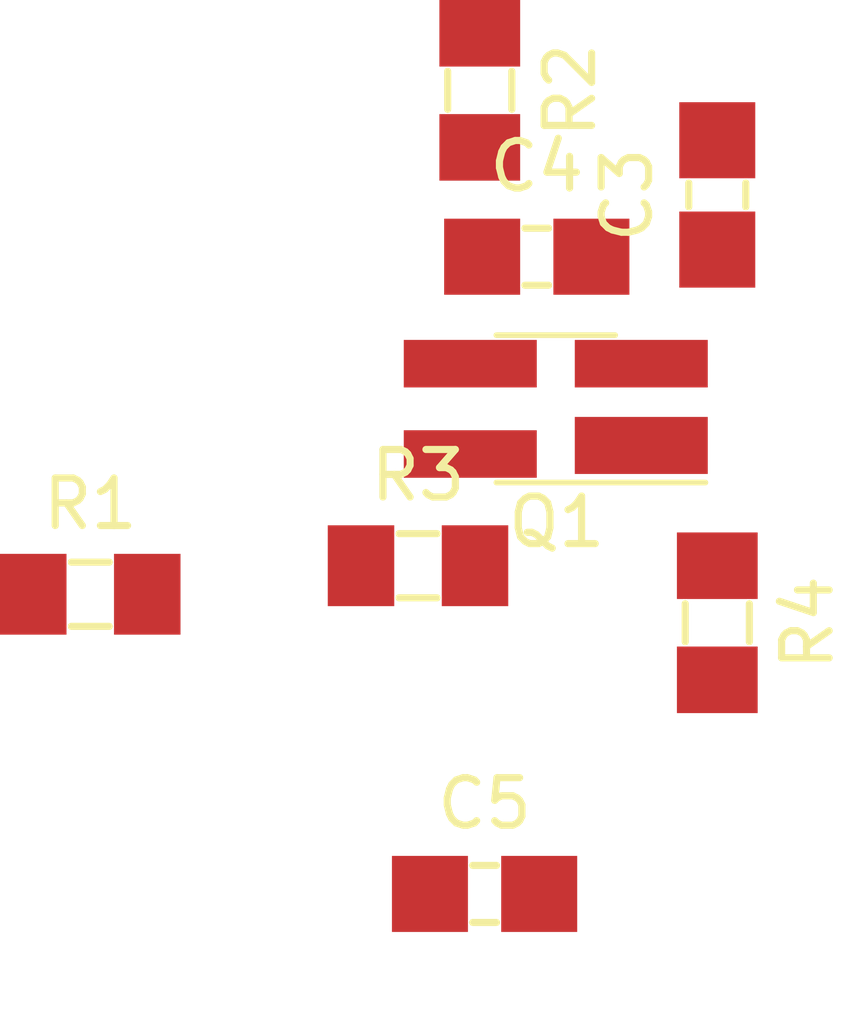
<source format=kicad_pcb>
(kicad_pcb (version 4) (host pcbnew 4.0.7-e2-6376~58~ubuntu14.04.1)

  (general
    (links 10)
    (no_connects 10)
    (area 0 0 0 0)
    (thickness 1.6)
    (drawings 0)
    (tracks 0)
    (zones 0)
    (modules 8)
    (nets 7)
  )

  (page A4)
  (layers
    (0 F.Cu signal)
    (31 B.Cu signal)
    (32 B.Adhes user)
    (33 F.Adhes user)
    (34 B.Paste user)
    (35 F.Paste user)
    (36 B.SilkS user)
    (37 F.SilkS user)
    (38 B.Mask user)
    (39 F.Mask user)
    (40 Dwgs.User user)
    (41 Cmts.User user)
    (42 Eco1.User user)
    (43 Eco2.User user)
    (44 Edge.Cuts user)
    (45 Margin user)
    (46 B.CrtYd user)
    (47 F.CrtYd user)
    (48 B.Fab user)
    (49 F.Fab user)
  )

  (setup
    (last_trace_width 0.25)
    (trace_clearance 0.2)
    (zone_clearance 0.508)
    (zone_45_only no)
    (trace_min 0.2)
    (segment_width 0.2)
    (edge_width 0.15)
    (via_size 0.6)
    (via_drill 0.4)
    (via_min_size 0.4)
    (via_min_drill 0.3)
    (uvia_size 0.3)
    (uvia_drill 0.1)
    (uvias_allowed no)
    (uvia_min_size 0.2)
    (uvia_min_drill 0.1)
    (pcb_text_width 0.3)
    (pcb_text_size 1.5 1.5)
    (mod_edge_width 0.15)
    (mod_text_size 1 1)
    (mod_text_width 0.15)
    (pad_size 1.524 1.524)
    (pad_drill 0.762)
    (pad_to_mask_clearance 0.2)
    (aux_axis_origin 0 0)
    (visible_elements FFFFFF7F)
    (pcbplotparams
      (layerselection 0x00030_80000001)
      (usegerberextensions false)
      (excludeedgelayer true)
      (linewidth 0.100000)
      (plotframeref false)
      (viasonmask false)
      (mode 1)
      (useauxorigin false)
      (hpglpennumber 1)
      (hpglpenspeed 20)
      (hpglpendiameter 15)
      (hpglpenoverlay 2)
      (psnegative false)
      (psa4output false)
      (plotreference true)
      (plotvalue true)
      (plotinvisibletext false)
      (padsonsilk false)
      (subtractmaskfromsilk false)
      (outputformat 1)
      (mirror false)
      (drillshape 1)
      (scaleselection 1)
      (outputdirectory ""))
  )

  (net 0 "")
  (net 1 "Net-(C3-Pad1)")
  (net 2 GND)
  (net 3 "Net-(C4-Pad1)")
  (net 4 "Net-(C5-Pad1)")
  (net 5 "Net-(Q1-Pad4)")
  (net 6 "Net-(C1-Pad1)")

  (net_class Default "This is the default net class."
    (clearance 0.2)
    (trace_width 0.25)
    (via_dia 0.6)
    (via_drill 0.4)
    (uvia_dia 0.3)
    (uvia_drill 0.1)
    (add_net GND)
    (add_net "Net-(C1-Pad1)")
    (add_net "Net-(C3-Pad1)")
    (add_net "Net-(C4-Pad1)")
    (add_net "Net-(C5-Pad1)")
    (add_net "Net-(Q1-Pad4)")
  )

  (module RX998:C_1206_0603 (layer F.Cu) (tedit 57E1139C) (tstamp 5C9B0DB5)
    (at 153.4 90.3 90)
    (descr "Capacitor SMD 0603, reflow soldering, AVX (see smccp.pdf)")
    (tags "capacitor 0603")
    (path /5C9B0F32)
    (attr smd)
    (fp_text reference C3 (at 0 -1.9 90) (layer F.SilkS)
      (effects (font (size 1 1) (thickness 0.15)))
    )
    (fp_text value 10nF (at 0 1.9 90) (layer F.Fab)
      (effects (font (size 1 1) (thickness 0.15)))
    )
    (fp_line (start -0.25 -0.6) (end 0.25 -0.6) (layer F.SilkS) (width 0.15))
    (fp_line (start 0.25 0.6) (end -0.25 0.6) (layer F.SilkS) (width 0.15))
    (pad 2 smd rect (at 1.15 0 90) (size 1.6 1.6) (layers F.Cu F.Paste F.Mask))
    (pad 1 smd rect (at -1.15 0 90) (size 1.6 1.6) (layers F.Cu F.Paste F.Mask)
      (net 1 "Net-(C3-Pad1)"))
    (model Capacitors_SMD.3dshapes/C_0603.wrl
      (at (xyz 0 0 0))
      (scale (xyz 1 1 1))
      (rotate (xyz 0 0 0))
    )
  )

  (module RX998:C_1206_0603 (layer F.Cu) (tedit 57E1139C) (tstamp 5C9B0DBD)
    (at 149.6 91.6)
    (descr "Capacitor SMD 0603, reflow soldering, AVX (see smccp.pdf)")
    (tags "capacitor 0603")
    (path /5C9B0BFF)
    (attr smd)
    (fp_text reference C4 (at 0 -1.9) (layer F.SilkS)
      (effects (font (size 1 1) (thickness 0.15)))
    )
    (fp_text value 100nF (at 0 1.9) (layer F.Fab)
      (effects (font (size 1 1) (thickness 0.15)))
    )
    (fp_line (start -0.25 -0.6) (end 0.25 -0.6) (layer F.SilkS) (width 0.15))
    (fp_line (start 0.25 0.6) (end -0.25 0.6) (layer F.SilkS) (width 0.15))
    (pad 2 smd rect (at 1.15 0) (size 1.6 1.6) (layers F.Cu F.Paste F.Mask)
      (net 2 GND))
    (pad 1 smd rect (at -1.15 0) (size 1.6 1.6) (layers F.Cu F.Paste F.Mask)
      (net 3 "Net-(C4-Pad1)"))
    (model Capacitors_SMD.3dshapes/C_0603.wrl
      (at (xyz 0 0 0))
      (scale (xyz 1 1 1))
      (rotate (xyz 0 0 0))
    )
  )

  (module RX998:C_1206_0603 (layer F.Cu) (tedit 57E1139C) (tstamp 5C9B0DC5)
    (at 148.5011 105.0036)
    (descr "Capacitor SMD 0603, reflow soldering, AVX (see smccp.pdf)")
    (tags "capacitor 0603")
    (path /5C9B0BB4)
    (attr smd)
    (fp_text reference C5 (at 0 -1.9) (layer F.SilkS)
      (effects (font (size 1 1) (thickness 0.15)))
    )
    (fp_text value 100nF (at 0 1.9) (layer F.Fab)
      (effects (font (size 1 1) (thickness 0.15)))
    )
    (fp_line (start -0.25 -0.6) (end 0.25 -0.6) (layer F.SilkS) (width 0.15))
    (fp_line (start 0.25 0.6) (end -0.25 0.6) (layer F.SilkS) (width 0.15))
    (pad 2 smd rect (at 1.15 0) (size 1.6 1.6) (layers F.Cu F.Paste F.Mask)
      (net 2 GND))
    (pad 1 smd rect (at -1.15 0) (size 1.6 1.6) (layers F.Cu F.Paste F.Mask)
      (net 4 "Net-(C5-Pad1)"))
    (model Capacitors_SMD.3dshapes/C_0603.wrl
      (at (xyz 0 0 0))
      (scale (xyz 1 1 1))
      (rotate (xyz 0 0 0))
    )
  )

  (module TO_SOT_Packages_SMD:SOT-143_Handsoldering (layer F.Cu) (tedit 58CE4E7E) (tstamp 5C9B0DD9)
    (at 150 94.8 180)
    (descr "SOT-143 Handsoldering")
    (tags "SOT-143 Handsoldering")
    (path /5C9B0732)
    (attr smd)
    (fp_text reference Q1 (at -0.02 -2.38 180) (layer F.SilkS)
      (effects (font (size 1 1) (thickness 0.15)))
    )
    (fp_text value BF998 (at -0.02 2.48 180) (layer F.Fab)
      (effects (font (size 1 1) (thickness 0.15)))
    )
    (fp_text user %R (at 0 0 270) (layer F.Fab)
      (effects (font (size 0.5 0.5) (thickness 0.075)))
    )
    (fp_line (start 1.25 1.55) (end -1.25 1.55) (layer F.SilkS) (width 0.12))
    (fp_line (start 1.25 -1.55) (end -3.15 -1.55) (layer F.SilkS) (width 0.12))
    (fp_line (start -0.6 -1.5) (end -1.2 -1) (layer F.Fab) (width 0.1))
    (fp_line (start -0.6 -1.5) (end 1.2 -1.5) (layer F.Fab) (width 0.1))
    (fp_line (start -1.2 1.5) (end -1.2 -1) (layer F.Fab) (width 0.1))
    (fp_line (start 1.2 1.5) (end -1.2 1.5) (layer F.Fab) (width 0.1))
    (fp_line (start 1.2 -1.5) (end 1.2 1.5) (layer F.Fab) (width 0.1))
    (fp_line (start 3.45 -1.75) (end 3.45 1.75) (layer F.CrtYd) (width 0.05))
    (fp_line (start 3.45 -1.75) (end -3.45 -1.75) (layer F.CrtYd) (width 0.05))
    (fp_line (start -3.45 1.75) (end 3.45 1.75) (layer F.CrtYd) (width 0.05))
    (fp_line (start -3.45 1.75) (end -3.45 -1.75) (layer F.CrtYd) (width 0.05))
    (pad 1 smd rect (at -1.8 -0.77 90) (size 1.2 2.8) (layers F.Cu F.Paste F.Mask)
      (net 4 "Net-(C5-Pad1)"))
    (pad 2 smd rect (at -1.8 0.95 90) (size 1 2.8) (layers F.Cu F.Paste F.Mask)
      (net 1 "Net-(C3-Pad1)"))
    (pad 3 smd rect (at 1.8 0.95 90) (size 1 2.8) (layers F.Cu F.Paste F.Mask)
      (net 3 "Net-(C4-Pad1)"))
    (pad 4 smd trapezoid (at 1.8 -0.95 90) (size 1 2.8) (layers F.Cu F.Paste F.Mask)
      (net 5 "Net-(Q1-Pad4)"))
    (model ${KISYS3DMOD}/TO_SOT_Packages_SMD.3dshapes/SOT-143.wrl
      (at (xyz 0 0 0))
      (scale (xyz 1 1 1))
      (rotate (xyz 0 0 0))
    )
  )

  (module RX998:R_1206_0603 (layer F.Cu) (tedit 5A45F730) (tstamp 5C9B0DE5)
    (at 140.2 98.7)
    (descr "Resistor SMD 0603, reflow soldering, Vishay (see dcrcw.pdf)")
    (tags "resistor 0603")
    (path /5C9B0A3F)
    (attr smd)
    (fp_text reference R1 (at 0 -1.9) (layer F.SilkS)
      (effects (font (size 1 1) (thickness 0.15)))
    )
    (fp_text value 100 (at 0 1.9) (layer F.Fab) hide
      (effects (font (size 1 1) (thickness 0.15)))
    )
    (fp_line (start -1.3 -0.8) (end 1.3 -0.8) (layer F.CrtYd) (width 0.05))
    (fp_line (start -1.3 0.8) (end 1.3 0.8) (layer F.CrtYd) (width 0.05))
    (fp_line (start -1.3 -0.8) (end -1.3 0.8) (layer F.CrtYd) (width 0.05))
    (fp_line (start 1.3 -0.8) (end 1.3 0.8) (layer F.CrtYd) (width 0.05))
    (fp_line (start 0.4 0.675) (end -0.4 0.675) (layer F.SilkS) (width 0.15))
    (fp_line (start -0.4 -0.675) (end 0.4 -0.675) (layer F.SilkS) (width 0.15))
    (pad 1 smd rect (at -1.2 0 90) (size 1.7 1.4) (layers F.Cu F.Paste F.Mask))
    (pad 2 smd rect (at 1.2 0) (size 1.4 1.7) (layers F.Cu F.Paste F.Mask)
      (net 6 "Net-(C1-Pad1)"))
    (model Resistors_SMD.3dshapes/R_0603.wrl
      (at (xyz 0 0 0))
      (scale (xyz 1 1 1))
      (rotate (xyz 0 0 0))
    )
  )

  (module RX998:R_1206_0603 (layer F.Cu) (tedit 5A45F730) (tstamp 5C9B0DF1)
    (at 148.4 88.1 270)
    (descr "Resistor SMD 0603, reflow soldering, Vishay (see dcrcw.pdf)")
    (tags "resistor 0603")
    (path /5C9B07FD)
    (attr smd)
    (fp_text reference R2 (at 0 -1.9 270) (layer F.SilkS)
      (effects (font (size 1 1) (thickness 0.15)))
    )
    (fp_text value 10k (at 0 1.9 270) (layer F.Fab) hide
      (effects (font (size 1 1) (thickness 0.15)))
    )
    (fp_line (start -1.3 -0.8) (end 1.3 -0.8) (layer F.CrtYd) (width 0.05))
    (fp_line (start -1.3 0.8) (end 1.3 0.8) (layer F.CrtYd) (width 0.05))
    (fp_line (start -1.3 -0.8) (end -1.3 0.8) (layer F.CrtYd) (width 0.05))
    (fp_line (start 1.3 -0.8) (end 1.3 0.8) (layer F.CrtYd) (width 0.05))
    (fp_line (start 0.4 0.675) (end -0.4 0.675) (layer F.SilkS) (width 0.15))
    (fp_line (start -0.4 -0.675) (end 0.4 -0.675) (layer F.SilkS) (width 0.15))
    (pad 1 smd rect (at -1.2 0) (size 1.7 1.4) (layers F.Cu F.Paste F.Mask)
      (net 6 "Net-(C1-Pad1)"))
    (pad 2 smd rect (at 1.2 0 270) (size 1.4 1.7) (layers F.Cu F.Paste F.Mask)
      (net 3 "Net-(C4-Pad1)"))
    (model Resistors_SMD.3dshapes/R_0603.wrl
      (at (xyz 0 0 0))
      (scale (xyz 1 1 1))
      (rotate (xyz 0 0 0))
    )
  )

  (module RX998:R_1206_0603 (layer F.Cu) (tedit 5A45F730) (tstamp 5C9B0DFD)
    (at 147.1 98.1)
    (descr "Resistor SMD 0603, reflow soldering, Vishay (see dcrcw.pdf)")
    (tags "resistor 0603")
    (path /5C9B0B19)
    (attr smd)
    (fp_text reference R3 (at 0 -1.9) (layer F.SilkS)
      (effects (font (size 1 1) (thickness 0.15)))
    )
    (fp_text value 300 (at 0 1.9) (layer F.Fab) hide
      (effects (font (size 1 1) (thickness 0.15)))
    )
    (fp_line (start -1.3 -0.8) (end 1.3 -0.8) (layer F.CrtYd) (width 0.05))
    (fp_line (start -1.3 0.8) (end 1.3 0.8) (layer F.CrtYd) (width 0.05))
    (fp_line (start -1.3 -0.8) (end -1.3 0.8) (layer F.CrtYd) (width 0.05))
    (fp_line (start 1.3 -0.8) (end 1.3 0.8) (layer F.CrtYd) (width 0.05))
    (fp_line (start 0.4 0.675) (end -0.4 0.675) (layer F.SilkS) (width 0.15))
    (fp_line (start -0.4 -0.675) (end 0.4 -0.675) (layer F.SilkS) (width 0.15))
    (pad 1 smd rect (at -1.2 0 90) (size 1.7 1.4) (layers F.Cu F.Paste F.Mask)
      (net 5 "Net-(Q1-Pad4)"))
    (pad 2 smd rect (at 1.2 0) (size 1.4 1.7) (layers F.Cu F.Paste F.Mask)
      (net 4 "Net-(C5-Pad1)"))
    (model Resistors_SMD.3dshapes/R_0603.wrl
      (at (xyz 0 0 0))
      (scale (xyz 1 1 1))
      (rotate (xyz 0 0 0))
    )
  )

  (module RX998:R_1206_0603 (layer F.Cu) (tedit 5A45F730) (tstamp 5C9B0E09)
    (at 153.4 99.3 270)
    (descr "Resistor SMD 0603, reflow soldering, Vishay (see dcrcw.pdf)")
    (tags "resistor 0603")
    (path /5C9B0B54)
    (attr smd)
    (fp_text reference R4 (at 0 -1.9 270) (layer F.SilkS)
      (effects (font (size 1 1) (thickness 0.15)))
    )
    (fp_text value 220 (at 0 1.9 270) (layer F.Fab) hide
      (effects (font (size 1 1) (thickness 0.15)))
    )
    (fp_line (start -1.3 -0.8) (end 1.3 -0.8) (layer F.CrtYd) (width 0.05))
    (fp_line (start -1.3 0.8) (end 1.3 0.8) (layer F.CrtYd) (width 0.05))
    (fp_line (start -1.3 -0.8) (end -1.3 0.8) (layer F.CrtYd) (width 0.05))
    (fp_line (start 1.3 -0.8) (end 1.3 0.8) (layer F.CrtYd) (width 0.05))
    (fp_line (start 0.4 0.675) (end -0.4 0.675) (layer F.SilkS) (width 0.15))
    (fp_line (start -0.4 -0.675) (end 0.4 -0.675) (layer F.SilkS) (width 0.15))
    (pad 1 smd rect (at -1.2 0) (size 1.7 1.4) (layers F.Cu F.Paste F.Mask)
      (net 4 "Net-(C5-Pad1)"))
    (pad 2 smd rect (at 1.2 0 270) (size 1.4 1.7) (layers F.Cu F.Paste F.Mask)
      (net 2 GND))
    (model Resistors_SMD.3dshapes/R_0603.wrl
      (at (xyz 0 0 0))
      (scale (xyz 1 1 1))
      (rotate (xyz 0 0 0))
    )
  )

)

</source>
